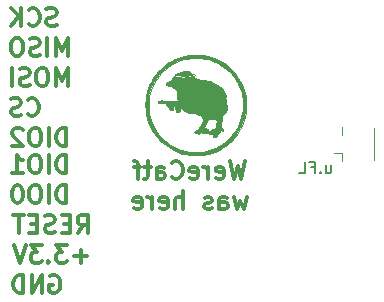
<source format=gbr>
%TF.GenerationSoftware,KiCad,Pcbnew,(5.0.0)*%
%TF.CreationDate,2018-08-05T20:37:25+03:00*%
%TF.ProjectId,lora1276Breakout,6C6F726131323736427265616B6F7574,1.0*%
%TF.SameCoordinates,Original*%
%TF.FileFunction,Legend,Bot*%
%TF.FilePolarity,Positive*%
%FSLAX46Y46*%
G04 Gerber Fmt 4.6, Leading zero omitted, Abs format (unit mm)*
G04 Created by KiCad (PCBNEW (5.0.0)) date 08/05/18 20:37:25*
%MOMM*%
%LPD*%
G01*
G04 APERTURE LIST*
%ADD10C,0.300000*%
%ADD11C,0.010000*%
%ADD12C,0.120000*%
%ADD13C,0.150000*%
G04 APERTURE END LIST*
D10*
X164190571Y-94931571D02*
X163833428Y-96431571D01*
X163547714Y-95360142D01*
X163262000Y-96431571D01*
X162904857Y-94931571D01*
X161762000Y-96360142D02*
X161904857Y-96431571D01*
X162190571Y-96431571D01*
X162333428Y-96360142D01*
X162404857Y-96217285D01*
X162404857Y-95645857D01*
X162333428Y-95503000D01*
X162190571Y-95431571D01*
X161904857Y-95431571D01*
X161762000Y-95503000D01*
X161690571Y-95645857D01*
X161690571Y-95788714D01*
X162404857Y-95931571D01*
X161047714Y-96431571D02*
X161047714Y-95431571D01*
X161047714Y-95717285D02*
X160976285Y-95574428D01*
X160904857Y-95503000D01*
X160762000Y-95431571D01*
X160619142Y-95431571D01*
X159547714Y-96360142D02*
X159690571Y-96431571D01*
X159976285Y-96431571D01*
X160119142Y-96360142D01*
X160190571Y-96217285D01*
X160190571Y-95645857D01*
X160119142Y-95503000D01*
X159976285Y-95431571D01*
X159690571Y-95431571D01*
X159547714Y-95503000D01*
X159476285Y-95645857D01*
X159476285Y-95788714D01*
X160190571Y-95931571D01*
X157976285Y-96288714D02*
X158047714Y-96360142D01*
X158262000Y-96431571D01*
X158404857Y-96431571D01*
X158619142Y-96360142D01*
X158762000Y-96217285D01*
X158833428Y-96074428D01*
X158904857Y-95788714D01*
X158904857Y-95574428D01*
X158833428Y-95288714D01*
X158762000Y-95145857D01*
X158619142Y-95003000D01*
X158404857Y-94931571D01*
X158262000Y-94931571D01*
X158047714Y-95003000D01*
X157976285Y-95074428D01*
X156690571Y-96431571D02*
X156690571Y-95645857D01*
X156762000Y-95503000D01*
X156904857Y-95431571D01*
X157190571Y-95431571D01*
X157333428Y-95503000D01*
X156690571Y-96360142D02*
X156833428Y-96431571D01*
X157190571Y-96431571D01*
X157333428Y-96360142D01*
X157404857Y-96217285D01*
X157404857Y-96074428D01*
X157333428Y-95931571D01*
X157190571Y-95860142D01*
X156833428Y-95860142D01*
X156690571Y-95788714D01*
X156190571Y-95431571D02*
X155619142Y-95431571D01*
X155976285Y-94931571D02*
X155976285Y-96217285D01*
X155904857Y-96360142D01*
X155762000Y-96431571D01*
X155619142Y-96431571D01*
X155333428Y-95431571D02*
X154762000Y-95431571D01*
X155119142Y-96431571D02*
X155119142Y-95145857D01*
X155047714Y-95003000D01*
X154904857Y-94931571D01*
X154762000Y-94931571D01*
X164369142Y-97981571D02*
X164083428Y-98981571D01*
X163797714Y-98267285D01*
X163512000Y-98981571D01*
X163226285Y-97981571D01*
X162012000Y-98981571D02*
X162012000Y-98195857D01*
X162083428Y-98053000D01*
X162226285Y-97981571D01*
X162512000Y-97981571D01*
X162654857Y-98053000D01*
X162012000Y-98910142D02*
X162154857Y-98981571D01*
X162512000Y-98981571D01*
X162654857Y-98910142D01*
X162726285Y-98767285D01*
X162726285Y-98624428D01*
X162654857Y-98481571D01*
X162512000Y-98410142D01*
X162154857Y-98410142D01*
X162012000Y-98338714D01*
X161369142Y-98910142D02*
X161226285Y-98981571D01*
X160940571Y-98981571D01*
X160797714Y-98910142D01*
X160726285Y-98767285D01*
X160726285Y-98695857D01*
X160797714Y-98553000D01*
X160940571Y-98481571D01*
X161154857Y-98481571D01*
X161297714Y-98410142D01*
X161369142Y-98267285D01*
X161369142Y-98195857D01*
X161297714Y-98053000D01*
X161154857Y-97981571D01*
X160940571Y-97981571D01*
X160797714Y-98053000D01*
X158940571Y-98981571D02*
X158940571Y-97481571D01*
X158297714Y-98981571D02*
X158297714Y-98195857D01*
X158369142Y-98053000D01*
X158512000Y-97981571D01*
X158726285Y-97981571D01*
X158869142Y-98053000D01*
X158940571Y-98124428D01*
X157012000Y-98910142D02*
X157154857Y-98981571D01*
X157440571Y-98981571D01*
X157583428Y-98910142D01*
X157654857Y-98767285D01*
X157654857Y-98195857D01*
X157583428Y-98053000D01*
X157440571Y-97981571D01*
X157154857Y-97981571D01*
X157012000Y-98053000D01*
X156940571Y-98195857D01*
X156940571Y-98338714D01*
X157654857Y-98481571D01*
X156297714Y-98981571D02*
X156297714Y-97981571D01*
X156297714Y-98267285D02*
X156226285Y-98124428D01*
X156154857Y-98053000D01*
X156012000Y-97981571D01*
X155869142Y-97981571D01*
X154797714Y-98910142D02*
X154940571Y-98981571D01*
X155226285Y-98981571D01*
X155369142Y-98910142D01*
X155440571Y-98767285D01*
X155440571Y-98195857D01*
X155369142Y-98053000D01*
X155226285Y-97981571D01*
X154940571Y-97981571D01*
X154797714Y-98053000D01*
X154726285Y-98195857D01*
X154726285Y-98338714D01*
X155440571Y-98481571D01*
X148232571Y-83411142D02*
X148018285Y-83482571D01*
X147661142Y-83482571D01*
X147518285Y-83411142D01*
X147446857Y-83339714D01*
X147375428Y-83196857D01*
X147375428Y-83054000D01*
X147446857Y-82911142D01*
X147518285Y-82839714D01*
X147661142Y-82768285D01*
X147946857Y-82696857D01*
X148089714Y-82625428D01*
X148161142Y-82554000D01*
X148232571Y-82411142D01*
X148232571Y-82268285D01*
X148161142Y-82125428D01*
X148089714Y-82054000D01*
X147946857Y-81982571D01*
X147589714Y-81982571D01*
X147375428Y-82054000D01*
X145875428Y-83339714D02*
X145946857Y-83411142D01*
X146161142Y-83482571D01*
X146304000Y-83482571D01*
X146518285Y-83411142D01*
X146661142Y-83268285D01*
X146732571Y-83125428D01*
X146804000Y-82839714D01*
X146804000Y-82625428D01*
X146732571Y-82339714D01*
X146661142Y-82196857D01*
X146518285Y-82054000D01*
X146304000Y-81982571D01*
X146161142Y-81982571D01*
X145946857Y-82054000D01*
X145875428Y-82125428D01*
X145232571Y-83482571D02*
X145232571Y-81982571D01*
X144375428Y-83482571D02*
X145018285Y-82625428D01*
X144375428Y-81982571D02*
X145232571Y-82839714D01*
X149169142Y-86022571D02*
X149169142Y-84522571D01*
X148669142Y-85594000D01*
X148169142Y-84522571D01*
X148169142Y-86022571D01*
X147454857Y-86022571D02*
X147454857Y-84522571D01*
X146812000Y-85951142D02*
X146597714Y-86022571D01*
X146240571Y-86022571D01*
X146097714Y-85951142D01*
X146026285Y-85879714D01*
X145954857Y-85736857D01*
X145954857Y-85594000D01*
X146026285Y-85451142D01*
X146097714Y-85379714D01*
X146240571Y-85308285D01*
X146526285Y-85236857D01*
X146669142Y-85165428D01*
X146740571Y-85094000D01*
X146812000Y-84951142D01*
X146812000Y-84808285D01*
X146740571Y-84665428D01*
X146669142Y-84594000D01*
X146526285Y-84522571D01*
X146169142Y-84522571D01*
X145954857Y-84594000D01*
X145026285Y-84522571D02*
X144740571Y-84522571D01*
X144597714Y-84594000D01*
X144454857Y-84736857D01*
X144383428Y-85022571D01*
X144383428Y-85522571D01*
X144454857Y-85808285D01*
X144597714Y-85951142D01*
X144740571Y-86022571D01*
X145026285Y-86022571D01*
X145169142Y-85951142D01*
X145312000Y-85808285D01*
X145383428Y-85522571D01*
X145383428Y-85022571D01*
X145312000Y-84736857D01*
X145169142Y-84594000D01*
X145026285Y-84522571D01*
X149169142Y-88562571D02*
X149169142Y-87062571D01*
X148669142Y-88134000D01*
X148169142Y-87062571D01*
X148169142Y-88562571D01*
X147169142Y-87062571D02*
X146883428Y-87062571D01*
X146740571Y-87134000D01*
X146597714Y-87276857D01*
X146526285Y-87562571D01*
X146526285Y-88062571D01*
X146597714Y-88348285D01*
X146740571Y-88491142D01*
X146883428Y-88562571D01*
X147169142Y-88562571D01*
X147312000Y-88491142D01*
X147454857Y-88348285D01*
X147526285Y-88062571D01*
X147526285Y-87562571D01*
X147454857Y-87276857D01*
X147312000Y-87134000D01*
X147169142Y-87062571D01*
X145954857Y-88491142D02*
X145740571Y-88562571D01*
X145383428Y-88562571D01*
X145240571Y-88491142D01*
X145169142Y-88419714D01*
X145097714Y-88276857D01*
X145097714Y-88134000D01*
X145169142Y-87991142D01*
X145240571Y-87919714D01*
X145383428Y-87848285D01*
X145669142Y-87776857D01*
X145812000Y-87705428D01*
X145883428Y-87634000D01*
X145954857Y-87491142D01*
X145954857Y-87348285D01*
X145883428Y-87205428D01*
X145812000Y-87134000D01*
X145669142Y-87062571D01*
X145312000Y-87062571D01*
X145097714Y-87134000D01*
X144454857Y-88562571D02*
X144454857Y-87062571D01*
X145792000Y-90959714D02*
X145863428Y-91031142D01*
X146077714Y-91102571D01*
X146220571Y-91102571D01*
X146434857Y-91031142D01*
X146577714Y-90888285D01*
X146649142Y-90745428D01*
X146720571Y-90459714D01*
X146720571Y-90245428D01*
X146649142Y-89959714D01*
X146577714Y-89816857D01*
X146434857Y-89674000D01*
X146220571Y-89602571D01*
X146077714Y-89602571D01*
X145863428Y-89674000D01*
X145792000Y-89745428D01*
X145220571Y-91031142D02*
X145006285Y-91102571D01*
X144649142Y-91102571D01*
X144506285Y-91031142D01*
X144434857Y-90959714D01*
X144363428Y-90816857D01*
X144363428Y-90674000D01*
X144434857Y-90531142D01*
X144506285Y-90459714D01*
X144649142Y-90388285D01*
X144934857Y-90316857D01*
X145077714Y-90245428D01*
X145149142Y-90174000D01*
X145220571Y-90031142D01*
X145220571Y-89888285D01*
X145149142Y-89745428D01*
X145077714Y-89674000D01*
X144934857Y-89602571D01*
X144577714Y-89602571D01*
X144363428Y-89674000D01*
X149062000Y-93642571D02*
X149062000Y-92142571D01*
X148704857Y-92142571D01*
X148490571Y-92214000D01*
X148347714Y-92356857D01*
X148276285Y-92499714D01*
X148204857Y-92785428D01*
X148204857Y-92999714D01*
X148276285Y-93285428D01*
X148347714Y-93428285D01*
X148490571Y-93571142D01*
X148704857Y-93642571D01*
X149062000Y-93642571D01*
X147562000Y-93642571D02*
X147562000Y-92142571D01*
X146562000Y-92142571D02*
X146276285Y-92142571D01*
X146133428Y-92214000D01*
X145990571Y-92356857D01*
X145919142Y-92642571D01*
X145919142Y-93142571D01*
X145990571Y-93428285D01*
X146133428Y-93571142D01*
X146276285Y-93642571D01*
X146562000Y-93642571D01*
X146704857Y-93571142D01*
X146847714Y-93428285D01*
X146919142Y-93142571D01*
X146919142Y-92642571D01*
X146847714Y-92356857D01*
X146704857Y-92214000D01*
X146562000Y-92142571D01*
X145347714Y-92285428D02*
X145276285Y-92214000D01*
X145133428Y-92142571D01*
X144776285Y-92142571D01*
X144633428Y-92214000D01*
X144562000Y-92285428D01*
X144490571Y-92428285D01*
X144490571Y-92571142D01*
X144562000Y-92785428D01*
X145419142Y-93642571D01*
X144490571Y-93642571D01*
X149062000Y-95928571D02*
X149062000Y-94428571D01*
X148704857Y-94428571D01*
X148490571Y-94500000D01*
X148347714Y-94642857D01*
X148276285Y-94785714D01*
X148204857Y-95071428D01*
X148204857Y-95285714D01*
X148276285Y-95571428D01*
X148347714Y-95714285D01*
X148490571Y-95857142D01*
X148704857Y-95928571D01*
X149062000Y-95928571D01*
X147562000Y-95928571D02*
X147562000Y-94428571D01*
X146562000Y-94428571D02*
X146276285Y-94428571D01*
X146133428Y-94500000D01*
X145990571Y-94642857D01*
X145919142Y-94928571D01*
X145919142Y-95428571D01*
X145990571Y-95714285D01*
X146133428Y-95857142D01*
X146276285Y-95928571D01*
X146562000Y-95928571D01*
X146704857Y-95857142D01*
X146847714Y-95714285D01*
X146919142Y-95428571D01*
X146919142Y-94928571D01*
X146847714Y-94642857D01*
X146704857Y-94500000D01*
X146562000Y-94428571D01*
X144490571Y-95928571D02*
X145347714Y-95928571D01*
X144919142Y-95928571D02*
X144919142Y-94428571D01*
X145062000Y-94642857D01*
X145204857Y-94785714D01*
X145347714Y-94857142D01*
X149062000Y-98468571D02*
X149062000Y-96968571D01*
X148704857Y-96968571D01*
X148490571Y-97040000D01*
X148347714Y-97182857D01*
X148276285Y-97325714D01*
X148204857Y-97611428D01*
X148204857Y-97825714D01*
X148276285Y-98111428D01*
X148347714Y-98254285D01*
X148490571Y-98397142D01*
X148704857Y-98468571D01*
X149062000Y-98468571D01*
X147562000Y-98468571D02*
X147562000Y-96968571D01*
X146562000Y-96968571D02*
X146276285Y-96968571D01*
X146133428Y-97040000D01*
X145990571Y-97182857D01*
X145919142Y-97468571D01*
X145919142Y-97968571D01*
X145990571Y-98254285D01*
X146133428Y-98397142D01*
X146276285Y-98468571D01*
X146562000Y-98468571D01*
X146704857Y-98397142D01*
X146847714Y-98254285D01*
X146919142Y-97968571D01*
X146919142Y-97468571D01*
X146847714Y-97182857D01*
X146704857Y-97040000D01*
X146562000Y-96968571D01*
X144990571Y-96968571D02*
X144847714Y-96968571D01*
X144704857Y-97040000D01*
X144633428Y-97111428D01*
X144562000Y-97254285D01*
X144490571Y-97540000D01*
X144490571Y-97897142D01*
X144562000Y-98182857D01*
X144633428Y-98325714D01*
X144704857Y-98397142D01*
X144847714Y-98468571D01*
X144990571Y-98468571D01*
X145133428Y-98397142D01*
X145204857Y-98325714D01*
X145276285Y-98182857D01*
X145347714Y-97897142D01*
X145347714Y-97540000D01*
X145276285Y-97254285D01*
X145204857Y-97111428D01*
X145133428Y-97040000D01*
X144990571Y-96968571D01*
X147700857Y-104660000D02*
X147843714Y-104588571D01*
X148058000Y-104588571D01*
X148272285Y-104660000D01*
X148415142Y-104802857D01*
X148486571Y-104945714D01*
X148558000Y-105231428D01*
X148558000Y-105445714D01*
X148486571Y-105731428D01*
X148415142Y-105874285D01*
X148272285Y-106017142D01*
X148058000Y-106088571D01*
X147915142Y-106088571D01*
X147700857Y-106017142D01*
X147629428Y-105945714D01*
X147629428Y-105445714D01*
X147915142Y-105445714D01*
X146986571Y-106088571D02*
X146986571Y-104588571D01*
X146129428Y-106088571D01*
X146129428Y-104588571D01*
X145415142Y-106088571D02*
X145415142Y-104588571D01*
X145058000Y-104588571D01*
X144843714Y-104660000D01*
X144700857Y-104802857D01*
X144629428Y-104945714D01*
X144558000Y-105231428D01*
X144558000Y-105445714D01*
X144629428Y-105731428D01*
X144700857Y-105874285D01*
X144843714Y-106017142D01*
X145058000Y-106088571D01*
X145415142Y-106088571D01*
X150828000Y-102977142D02*
X149685142Y-102977142D01*
X150256571Y-103548571D02*
X150256571Y-102405714D01*
X149113714Y-102048571D02*
X148185142Y-102048571D01*
X148685142Y-102620000D01*
X148470857Y-102620000D01*
X148328000Y-102691428D01*
X148256571Y-102762857D01*
X148185142Y-102905714D01*
X148185142Y-103262857D01*
X148256571Y-103405714D01*
X148328000Y-103477142D01*
X148470857Y-103548571D01*
X148899428Y-103548571D01*
X149042285Y-103477142D01*
X149113714Y-103405714D01*
X147542285Y-103405714D02*
X147470857Y-103477142D01*
X147542285Y-103548571D01*
X147613714Y-103477142D01*
X147542285Y-103405714D01*
X147542285Y-103548571D01*
X146970857Y-102048571D02*
X146042285Y-102048571D01*
X146542285Y-102620000D01*
X146328000Y-102620000D01*
X146185142Y-102691428D01*
X146113714Y-102762857D01*
X146042285Y-102905714D01*
X146042285Y-103262857D01*
X146113714Y-103405714D01*
X146185142Y-103477142D01*
X146328000Y-103548571D01*
X146756571Y-103548571D01*
X146899428Y-103477142D01*
X146970857Y-103405714D01*
X145613714Y-102048571D02*
X145113714Y-103548571D01*
X144613714Y-102048571D01*
X150006571Y-101008571D02*
X150506571Y-100294285D01*
X150863714Y-101008571D02*
X150863714Y-99508571D01*
X150292285Y-99508571D01*
X150149428Y-99580000D01*
X150078000Y-99651428D01*
X150006571Y-99794285D01*
X150006571Y-100008571D01*
X150078000Y-100151428D01*
X150149428Y-100222857D01*
X150292285Y-100294285D01*
X150863714Y-100294285D01*
X149363714Y-100222857D02*
X148863714Y-100222857D01*
X148649428Y-101008571D02*
X149363714Y-101008571D01*
X149363714Y-99508571D01*
X148649428Y-99508571D01*
X148078000Y-100937142D02*
X147863714Y-101008571D01*
X147506571Y-101008571D01*
X147363714Y-100937142D01*
X147292285Y-100865714D01*
X147220857Y-100722857D01*
X147220857Y-100580000D01*
X147292285Y-100437142D01*
X147363714Y-100365714D01*
X147506571Y-100294285D01*
X147792285Y-100222857D01*
X147935142Y-100151428D01*
X148006571Y-100080000D01*
X148078000Y-99937142D01*
X148078000Y-99794285D01*
X148006571Y-99651428D01*
X147935142Y-99580000D01*
X147792285Y-99508571D01*
X147435142Y-99508571D01*
X147220857Y-99580000D01*
X146578000Y-100222857D02*
X146078000Y-100222857D01*
X145863714Y-101008571D02*
X146578000Y-101008571D01*
X146578000Y-99508571D01*
X145863714Y-99508571D01*
X145435142Y-99508571D02*
X144578000Y-99508571D01*
X145006571Y-101008571D02*
X145006571Y-99508571D01*
D11*
G36*
X159921620Y-87597615D02*
X159920409Y-87613493D01*
X159922422Y-87617088D01*
X159927040Y-87614058D01*
X159927758Y-87603753D01*
X159925277Y-87592912D01*
X159921620Y-87597615D01*
X159921620Y-87597615D01*
G37*
X159921620Y-87597615D02*
X159920409Y-87613493D01*
X159922422Y-87617088D01*
X159927040Y-87614058D01*
X159927758Y-87603753D01*
X159925277Y-87592912D01*
X159921620Y-87597615D01*
G36*
X158226502Y-87653508D02*
X158219140Y-87659184D01*
X158203345Y-87674013D01*
X158203414Y-87680633D01*
X158205196Y-87680800D01*
X158213677Y-87673856D01*
X158222976Y-87663020D01*
X158231763Y-87650985D01*
X158226502Y-87653508D01*
X158226502Y-87653508D01*
G37*
X158226502Y-87653508D02*
X158219140Y-87659184D01*
X158203345Y-87674013D01*
X158203414Y-87680633D01*
X158205196Y-87680800D01*
X158213677Y-87673856D01*
X158222976Y-87663020D01*
X158231763Y-87650985D01*
X158226502Y-87653508D01*
G36*
X159103862Y-87291938D02*
X159100520Y-87292770D01*
X159051649Y-87303899D01*
X159000302Y-87313682D01*
X158957250Y-87320076D01*
X158955678Y-87320251D01*
X158900685Y-87331209D01*
X158858867Y-87349787D01*
X158857524Y-87350683D01*
X158834638Y-87363392D01*
X158801770Y-87376697D01*
X158756774Y-87391253D01*
X158697505Y-87407717D01*
X158621817Y-87426742D01*
X158561458Y-87441107D01*
X158493596Y-87458747D01*
X158440420Y-87477279D01*
X158396364Y-87499248D01*
X158355860Y-87527197D01*
X158334505Y-87544807D01*
X158289850Y-87583308D01*
X158364985Y-87606958D01*
X158450155Y-87630033D01*
X158550224Y-87650963D01*
X158660645Y-87669268D01*
X158776869Y-87684465D01*
X158894347Y-87696075D01*
X159008531Y-87703614D01*
X159114873Y-87706603D01*
X159208824Y-87704559D01*
X159254223Y-87701049D01*
X159279012Y-87698150D01*
X159305533Y-87694234D01*
X159336060Y-87688801D01*
X159372865Y-87681355D01*
X159418223Y-87671399D01*
X159474407Y-87658433D01*
X159543689Y-87641962D01*
X159628345Y-87621487D01*
X159720308Y-87599042D01*
X159766822Y-87586750D01*
X159813175Y-87573015D01*
X159849942Y-87560642D01*
X159852388Y-87559718D01*
X159903160Y-87540293D01*
X159872680Y-87528304D01*
X159841148Y-87522202D01*
X159796505Y-87521728D01*
X159745099Y-87526649D01*
X159702500Y-87534514D01*
X159681862Y-87536540D01*
X159674778Y-87528146D01*
X159674560Y-87524504D01*
X159666016Y-87511185D01*
X159647586Y-87508080D01*
X159629005Y-87507034D01*
X159628251Y-87500455D01*
X159639000Y-87487760D01*
X159651225Y-87473046D01*
X159649168Y-87467992D01*
X159637527Y-87467440D01*
X159614776Y-87473198D01*
X159605764Y-87479340D01*
X159594208Y-87483764D01*
X159579656Y-87472684D01*
X159572644Y-87464264D01*
X159557012Y-87446720D01*
X159544675Y-87443708D01*
X159527573Y-87452916D01*
X159506845Y-87461431D01*
X159496697Y-87456047D01*
X159500761Y-87439134D01*
X159502355Y-87436474D01*
X159512451Y-87405104D01*
X159502484Y-87375051D01*
X159472685Y-87346589D01*
X159423284Y-87319993D01*
X159394977Y-87308800D01*
X159297757Y-87283182D01*
X159201356Y-87277596D01*
X159103862Y-87291938D01*
X159103862Y-87291938D01*
G37*
X159103862Y-87291938D02*
X159100520Y-87292770D01*
X159051649Y-87303899D01*
X159000302Y-87313682D01*
X158957250Y-87320076D01*
X158955678Y-87320251D01*
X158900685Y-87331209D01*
X158858867Y-87349787D01*
X158857524Y-87350683D01*
X158834638Y-87363392D01*
X158801770Y-87376697D01*
X158756774Y-87391253D01*
X158697505Y-87407717D01*
X158621817Y-87426742D01*
X158561458Y-87441107D01*
X158493596Y-87458747D01*
X158440420Y-87477279D01*
X158396364Y-87499248D01*
X158355860Y-87527197D01*
X158334505Y-87544807D01*
X158289850Y-87583308D01*
X158364985Y-87606958D01*
X158450155Y-87630033D01*
X158550224Y-87650963D01*
X158660645Y-87669268D01*
X158776869Y-87684465D01*
X158894347Y-87696075D01*
X159008531Y-87703614D01*
X159114873Y-87706603D01*
X159208824Y-87704559D01*
X159254223Y-87701049D01*
X159279012Y-87698150D01*
X159305533Y-87694234D01*
X159336060Y-87688801D01*
X159372865Y-87681355D01*
X159418223Y-87671399D01*
X159474407Y-87658433D01*
X159543689Y-87641962D01*
X159628345Y-87621487D01*
X159720308Y-87599042D01*
X159766822Y-87586750D01*
X159813175Y-87573015D01*
X159849942Y-87560642D01*
X159852388Y-87559718D01*
X159903160Y-87540293D01*
X159872680Y-87528304D01*
X159841148Y-87522202D01*
X159796505Y-87521728D01*
X159745099Y-87526649D01*
X159702500Y-87534514D01*
X159681862Y-87536540D01*
X159674778Y-87528146D01*
X159674560Y-87524504D01*
X159666016Y-87511185D01*
X159647586Y-87508080D01*
X159629005Y-87507034D01*
X159628251Y-87500455D01*
X159639000Y-87487760D01*
X159651225Y-87473046D01*
X159649168Y-87467992D01*
X159637527Y-87467440D01*
X159614776Y-87473198D01*
X159605764Y-87479340D01*
X159594208Y-87483764D01*
X159579656Y-87472684D01*
X159572644Y-87464264D01*
X159557012Y-87446720D01*
X159544675Y-87443708D01*
X159527573Y-87452916D01*
X159506845Y-87461431D01*
X159496697Y-87456047D01*
X159500761Y-87439134D01*
X159502355Y-87436474D01*
X159512451Y-87405104D01*
X159502484Y-87375051D01*
X159472685Y-87346589D01*
X159423284Y-87319993D01*
X159394977Y-87308800D01*
X159297757Y-87283182D01*
X159201356Y-87277596D01*
X159103862Y-87291938D01*
G36*
X159792774Y-87696210D02*
X159757587Y-87703984D01*
X159708685Y-87717746D01*
X159648682Y-87736810D01*
X159633937Y-87741754D01*
X159571404Y-87761942D01*
X159506119Y-87781371D01*
X159444641Y-87798190D01*
X159393530Y-87810553D01*
X159379972Y-87813355D01*
X159219874Y-87836974D01*
X159047133Y-87848756D01*
X158865569Y-87848775D01*
X158678999Y-87837105D01*
X158491245Y-87813822D01*
X158376900Y-87793779D01*
X158329358Y-87783656D01*
X158285832Y-87772932D01*
X158252456Y-87763187D01*
X158239740Y-87758416D01*
X158199112Y-87741701D01*
X158172025Y-87735127D01*
X158154743Y-87738137D01*
X158147274Y-87744621D01*
X158137360Y-87757294D01*
X158117352Y-87783129D01*
X158089531Y-87819173D01*
X158056178Y-87862471D01*
X158026942Y-87900482D01*
X157973632Y-87968919D01*
X157929374Y-88023250D01*
X157891618Y-88066053D01*
X157857813Y-88099902D01*
X157825408Y-88127375D01*
X157791855Y-88151049D01*
X157759400Y-88170756D01*
X157678285Y-88218335D01*
X157613772Y-88258572D01*
X157564168Y-88292965D01*
X157527779Y-88323010D01*
X157502909Y-88350203D01*
X157487865Y-88376042D01*
X157480952Y-88402024D01*
X157480001Y-88417563D01*
X157484015Y-88445997D01*
X157490404Y-88463574D01*
X157508153Y-88478725D01*
X157543825Y-88493904D01*
X157595035Y-88508497D01*
X157659397Y-88521890D01*
X157734524Y-88533470D01*
X157785470Y-88539471D01*
X157824819Y-88546997D01*
X157861835Y-88559543D01*
X157876910Y-88567256D01*
X157907471Y-88584307D01*
X157945414Y-88602757D01*
X157963629Y-88610730D01*
X158003648Y-88631513D01*
X158052657Y-88663311D01*
X158107526Y-88703434D01*
X158165124Y-88749191D01*
X158222319Y-88797891D01*
X158275982Y-88846845D01*
X158322981Y-88893360D01*
X158360185Y-88934747D01*
X158384463Y-88968314D01*
X158388468Y-88975839D01*
X158395066Y-88995146D01*
X158400677Y-89024423D01*
X158405571Y-89066109D01*
X158410021Y-89122645D01*
X158414298Y-89196470D01*
X158415339Y-89217229D01*
X158420908Y-89324866D01*
X158426286Y-89414407D01*
X158431721Y-89488069D01*
X158437463Y-89548070D01*
X158443760Y-89596629D01*
X158450860Y-89635964D01*
X158459012Y-89668293D01*
X158468464Y-89695834D01*
X158469149Y-89697560D01*
X158489288Y-89752107D01*
X158499431Y-89790810D01*
X158499824Y-89815373D01*
X158490713Y-89827502D01*
X158488013Y-89828517D01*
X158474117Y-89830010D01*
X158442321Y-89831995D01*
X158395038Y-89834366D01*
X158334678Y-89837016D01*
X158263653Y-89839840D01*
X158184375Y-89842731D01*
X158104840Y-89845403D01*
X158003796Y-89848269D01*
X157900562Y-89850477D01*
X157797299Y-89852037D01*
X157696164Y-89852960D01*
X157599315Y-89853257D01*
X157508910Y-89852939D01*
X157427107Y-89852017D01*
X157356065Y-89850502D01*
X157297941Y-89848404D01*
X157254893Y-89845735D01*
X157229081Y-89842505D01*
X157223847Y-89840960D01*
X157205913Y-89824937D01*
X157200792Y-89815003D01*
X157185037Y-89795276D01*
X157155571Y-89780539D01*
X157118915Y-89773873D01*
X157113545Y-89773759D01*
X157087056Y-89779647D01*
X157072144Y-89798298D01*
X157062354Y-89813929D01*
X157047368Y-89824381D01*
X157023408Y-89830646D01*
X156986695Y-89833715D01*
X156933900Y-89834581D01*
X156850080Y-89834720D01*
X156850080Y-89914425D01*
X156849958Y-89946821D01*
X156850954Y-89972709D01*
X156855111Y-89992816D01*
X156864474Y-90007871D01*
X156881087Y-90018600D01*
X156906994Y-90025733D01*
X156944238Y-90029997D01*
X156994863Y-90032121D01*
X157060914Y-90032831D01*
X157144434Y-90032858D01*
X157182528Y-90032840D01*
X157472009Y-90032840D01*
X157511693Y-90098393D01*
X157534561Y-90139882D01*
X157555262Y-90183775D01*
X157568383Y-90217897D01*
X157582451Y-90253038D01*
X157602710Y-90282772D01*
X157634313Y-90314325D01*
X157641915Y-90321026D01*
X157679499Y-90357052D01*
X157718165Y-90399752D01*
X157754740Y-90444977D01*
X157786048Y-90488576D01*
X157808913Y-90526400D01*
X157820075Y-90553884D01*
X157834612Y-90586440D01*
X157863328Y-90608515D01*
X157908456Y-90621676D01*
X157918811Y-90623263D01*
X157979754Y-90622594D01*
X158033206Y-90604601D01*
X158076910Y-90571593D01*
X158108607Y-90525880D01*
X158126041Y-90469774D01*
X158127425Y-90409818D01*
X158118946Y-90362005D01*
X158102371Y-90320089D01*
X158074678Y-90278259D01*
X158035950Y-90233976D01*
X158012129Y-90206977D01*
X157996312Y-90185469D01*
X157991482Y-90173583D01*
X157991863Y-90172910D01*
X158004563Y-90172225D01*
X158029279Y-90178206D01*
X158046784Y-90184294D01*
X158106629Y-90205758D01*
X158151472Y-90217343D01*
X158184293Y-90218634D01*
X158208073Y-90209213D01*
X158225791Y-90188665D01*
X158240164Y-90157283D01*
X158252942Y-90125728D01*
X158263139Y-90107742D01*
X158271080Y-90104345D01*
X158277087Y-90116556D01*
X158281485Y-90145393D01*
X158284597Y-90191877D01*
X158286746Y-90257026D01*
X158287736Y-90307160D01*
X158290239Y-90402365D01*
X158294597Y-90480067D01*
X158301281Y-90543036D01*
X158310765Y-90594040D01*
X158323521Y-90635850D01*
X158340022Y-90671234D01*
X158353595Y-90692998D01*
X158379747Y-90727112D01*
X158404661Y-90747490D01*
X158434446Y-90756791D01*
X158475209Y-90757673D01*
X158498427Y-90756061D01*
X158561985Y-90745955D01*
X158611663Y-90727990D01*
X158645200Y-90703151D01*
X158655643Y-90687563D01*
X158672167Y-90643144D01*
X158687048Y-90585627D01*
X158698682Y-90522234D01*
X158705159Y-90464640D01*
X158708526Y-90423858D01*
X158712206Y-90388270D01*
X158715440Y-90365163D01*
X158715631Y-90364197D01*
X158720602Y-90339954D01*
X158751659Y-90369277D01*
X158769979Y-90387917D01*
X158797995Y-90418044D01*
X158832137Y-90455751D01*
X158868835Y-90497134D01*
X158875158Y-90504354D01*
X158949633Y-90584055D01*
X159023406Y-90650537D01*
X159100941Y-90706781D01*
X159186701Y-90755764D01*
X159285152Y-90800467D01*
X159364680Y-90831051D01*
X159456120Y-90864245D01*
X159715200Y-90871260D01*
X159809784Y-90874345D01*
X159887584Y-90877999D01*
X159947693Y-90882159D01*
X159989204Y-90886766D01*
X160009840Y-90891215D01*
X160031540Y-90899895D01*
X160067487Y-90915132D01*
X160113426Y-90935088D01*
X160165099Y-90957924D01*
X160189595Y-90968877D01*
X160240158Y-90991201D01*
X160284755Y-91010194D01*
X160319856Y-91024406D01*
X160341933Y-91032389D01*
X160347211Y-91033600D01*
X160365902Y-91040050D01*
X160395157Y-91057370D01*
X160430732Y-91082514D01*
X160468385Y-91112436D01*
X160503870Y-91144089D01*
X160511578Y-91151591D01*
X160546697Y-91189780D01*
X160580628Y-91232502D01*
X160610589Y-91275576D01*
X160633793Y-91314821D01*
X160647459Y-91346058D01*
X160649920Y-91359307D01*
X160644151Y-91401255D01*
X160627517Y-91456802D01*
X160601033Y-91523058D01*
X160568208Y-91592233D01*
X160539744Y-91647191D01*
X160506071Y-91710287D01*
X160468506Y-91779228D01*
X160428362Y-91851721D01*
X160386956Y-91925472D01*
X160345604Y-91998188D01*
X160305621Y-92067575D01*
X160268322Y-92131341D01*
X160235024Y-92187190D01*
X160207042Y-92232831D01*
X160185692Y-92265969D01*
X160172288Y-92284312D01*
X160169812Y-92286743D01*
X160148723Y-92297105D01*
X160113702Y-92308857D01*
X160070865Y-92320063D01*
X160050990Y-92324348D01*
X160008120Y-92333981D01*
X159971755Y-92344045D01*
X159947329Y-92352951D01*
X159941399Y-92356383D01*
X159922886Y-92380361D01*
X159907306Y-92414923D01*
X159898701Y-92450363D01*
X159898080Y-92460396D01*
X159901943Y-92479823D01*
X159915693Y-92493509D01*
X159942576Y-92503130D01*
X159985836Y-92510361D01*
X159997547Y-92511760D01*
X160040427Y-92519281D01*
X160077501Y-92533155D01*
X160118410Y-92557110D01*
X160123484Y-92560471D01*
X160166223Y-92586117D01*
X160202736Y-92600392D01*
X160238083Y-92606252D01*
X160263236Y-92607572D01*
X160282764Y-92604979D01*
X160300065Y-92595883D01*
X160318538Y-92577695D01*
X160341583Y-92547827D01*
X160372461Y-92503884D01*
X160398289Y-92472094D01*
X160424729Y-92453661D01*
X160447186Y-92445714D01*
X160482748Y-92438572D01*
X160504368Y-92441959D01*
X160516401Y-92457563D01*
X160520997Y-92474323D01*
X160532223Y-92503716D01*
X160550382Y-92531275D01*
X160573720Y-92557996D01*
X160776920Y-92561595D01*
X160903738Y-92565874D01*
X161013621Y-92574136D01*
X161109635Y-92586759D01*
X161194844Y-92604120D01*
X161253034Y-92620332D01*
X161292533Y-92631745D01*
X161321954Y-92636656D01*
X161350243Y-92635706D01*
X161385114Y-92629778D01*
X161424539Y-92623503D01*
X161466983Y-92619176D01*
X161507049Y-92617046D01*
X161539339Y-92617361D01*
X161558454Y-92620366D01*
X161560722Y-92621735D01*
X161557427Y-92631650D01*
X161544651Y-92654837D01*
X161524431Y-92687825D01*
X161499050Y-92726778D01*
X161472687Y-92767945D01*
X161451228Y-92804772D01*
X161436986Y-92833065D01*
X161432240Y-92848047D01*
X161440217Y-92876114D01*
X161464738Y-92895539D01*
X161506690Y-92906799D01*
X161547439Y-92910096D01*
X161588750Y-92909919D01*
X161626135Y-92907238D01*
X161650680Y-92902830D01*
X161676447Y-92887814D01*
X161701636Y-92862414D01*
X161706560Y-92855643D01*
X161722989Y-92833605D01*
X161749437Y-92800711D01*
X161782377Y-92761251D01*
X161818281Y-92719515D01*
X161821583Y-92715742D01*
X161894456Y-92630471D01*
X161954418Y-92555377D01*
X162003856Y-92487258D01*
X162045157Y-92422916D01*
X162062756Y-92392500D01*
X162087368Y-92351854D01*
X162107813Y-92324861D01*
X162122266Y-92313887D01*
X162123485Y-92313760D01*
X162142581Y-92316601D01*
X162172457Y-92323835D01*
X162190086Y-92328890D01*
X162236347Y-92340846D01*
X162269681Y-92343103D01*
X162295434Y-92334847D01*
X162318954Y-92315264D01*
X162325268Y-92308326D01*
X162349641Y-92272402D01*
X162356272Y-92239409D01*
X162344635Y-92208535D01*
X162314202Y-92178963D01*
X162264449Y-92149880D01*
X162206764Y-92125008D01*
X162110375Y-92087660D01*
X162117388Y-92001229D01*
X162128336Y-91901188D01*
X162146469Y-91782439D01*
X162171801Y-91644892D01*
X162203482Y-91492616D01*
X161835940Y-91492616D01*
X161749340Y-91837353D01*
X161725990Y-91929884D01*
X161706837Y-92004568D01*
X161691297Y-92063309D01*
X161678783Y-92108007D01*
X161668708Y-92140567D01*
X161660486Y-92162890D01*
X161653531Y-92176878D01*
X161647257Y-92184434D01*
X161641470Y-92187368D01*
X161621762Y-92188716D01*
X161588228Y-92187626D01*
X161547183Y-92184352D01*
X161535079Y-92183065D01*
X161479546Y-92178780D01*
X161438711Y-92179851D01*
X161421679Y-92183342D01*
X161395632Y-92200568D01*
X161369471Y-92230663D01*
X161347961Y-92266772D01*
X161335871Y-92302039D01*
X161335048Y-92307918D01*
X161332685Y-92330513D01*
X161331302Y-92341645D01*
X161331289Y-92341700D01*
X161321136Y-92343981D01*
X161295367Y-92344655D01*
X161258608Y-92343898D01*
X161215484Y-92341889D01*
X161170620Y-92338805D01*
X161128642Y-92334823D01*
X161117256Y-92333475D01*
X161078028Y-92328280D01*
X161047474Y-92323711D01*
X161030434Y-92320515D01*
X161028514Y-92319819D01*
X161029840Y-92309450D01*
X161029954Y-92309056D01*
X160787579Y-92309056D01*
X160777002Y-92315336D01*
X160747667Y-92323518D01*
X160718452Y-92329746D01*
X160671076Y-92338508D01*
X160641016Y-92342476D01*
X160625873Y-92341769D01*
X160623246Y-92336508D01*
X160624288Y-92334456D01*
X160639960Y-92323812D01*
X160669690Y-92314122D01*
X160707223Y-92306910D01*
X160746306Y-92303700D01*
X160750674Y-92303656D01*
X160778952Y-92305042D01*
X160787579Y-92309056D01*
X161029954Y-92309056D01*
X161036523Y-92286543D01*
X161040972Y-92273427D01*
X161051332Y-92241628D01*
X161055134Y-92217894D01*
X161050109Y-92200193D01*
X161033987Y-92186490D01*
X161004497Y-92174753D01*
X160959368Y-92162947D01*
X160903920Y-92150672D01*
X160829175Y-92131899D01*
X160774375Y-92112027D01*
X160739171Y-92090909D01*
X160727481Y-92077859D01*
X160722974Y-92065504D01*
X160723447Y-92048516D01*
X160729723Y-92025038D01*
X160742627Y-91993215D01*
X160762984Y-91951189D01*
X160791616Y-91897105D01*
X160829349Y-91829107D01*
X160868587Y-91760040D01*
X160922842Y-91665656D01*
X160968609Y-91587130D01*
X161007110Y-91522471D01*
X161039567Y-91469684D01*
X161067201Y-91426780D01*
X161091235Y-91391764D01*
X161110034Y-91366340D01*
X161130960Y-91342351D01*
X161150522Y-91331222D01*
X161177609Y-91328268D01*
X161182330Y-91328240D01*
X161217752Y-91331332D01*
X161259682Y-91339202D01*
X161280536Y-91344679D01*
X161305615Y-91351026D01*
X161332891Y-91355086D01*
X161366432Y-91357032D01*
X161410308Y-91357036D01*
X161468586Y-91355271D01*
X161499877Y-91353977D01*
X161569535Y-91351494D01*
X161621280Y-91350993D01*
X161657430Y-91352538D01*
X161680300Y-91356190D01*
X161687837Y-91359005D01*
X161706055Y-91371654D01*
X161733406Y-91394498D01*
X161764800Y-91423222D01*
X161773790Y-91431895D01*
X161835940Y-91492616D01*
X162203482Y-91492616D01*
X162204348Y-91488458D01*
X162209325Y-91465756D01*
X162224479Y-91394462D01*
X162239155Y-91320813D01*
X162252293Y-91250455D01*
X162262838Y-91189032D01*
X162269352Y-91145182D01*
X162275898Y-91097279D01*
X162282196Y-91055842D01*
X162287486Y-91025603D01*
X162290746Y-91011901D01*
X162302294Y-90997746D01*
X162325574Y-90978224D01*
X162346822Y-90963347D01*
X162394622Y-90926147D01*
X162444779Y-90876680D01*
X162491474Y-90821281D01*
X162528891Y-90766286D01*
X162530843Y-90762912D01*
X162550127Y-90733767D01*
X162568947Y-90712707D01*
X162579877Y-90705652D01*
X162593173Y-90696167D01*
X162601538Y-90673415D01*
X162605072Y-90651219D01*
X162610836Y-90614844D01*
X162619828Y-90569482D01*
X162628728Y-90530680D01*
X162638350Y-90479217D01*
X162644099Y-90416327D01*
X162646312Y-90338034D01*
X162646360Y-90322400D01*
X162646000Y-90264762D01*
X162644517Y-90222670D01*
X162641309Y-90191356D01*
X162635774Y-90166052D01*
X162627309Y-90141992D01*
X162621975Y-90129360D01*
X162612483Y-90105873D01*
X162605770Y-90083228D01*
X162601329Y-90057187D01*
X162598653Y-90023510D01*
X162597236Y-89977959D01*
X162596575Y-89916846D01*
X162595669Y-89852198D01*
X162593800Y-89805817D01*
X162590795Y-89775667D01*
X162586479Y-89759713D01*
X162582860Y-89755980D01*
X162571041Y-89744936D01*
X162570160Y-89740561D01*
X162566005Y-89725394D01*
X162555456Y-89699582D01*
X162548601Y-89684840D01*
X162536729Y-89654546D01*
X162529881Y-89620158D01*
X162526952Y-89574994D01*
X162526628Y-89551974D01*
X162527919Y-89505125D01*
X162531851Y-89466661D01*
X162537819Y-89442157D01*
X162538732Y-89440251D01*
X162546075Y-89418601D01*
X162539258Y-89402410D01*
X162532299Y-89382469D01*
X162531847Y-89352806D01*
X162532207Y-89349719D01*
X162530577Y-89314245D01*
X162519234Y-89263945D01*
X162499054Y-89201340D01*
X162470912Y-89128946D01*
X162435685Y-89049282D01*
X162407320Y-88990622D01*
X162352903Y-88893299D01*
X162291329Y-88803127D01*
X162225860Y-88724442D01*
X162159858Y-88661661D01*
X162110957Y-88629464D01*
X162053903Y-88604004D01*
X161996785Y-88588410D01*
X161961867Y-88585040D01*
X161942458Y-88583880D01*
X161925805Y-88578668D01*
X161908796Y-88566798D01*
X161888320Y-88545667D01*
X161861264Y-88512673D01*
X161835105Y-88478995D01*
X161814136Y-88456471D01*
X161796875Y-88446481D01*
X161792250Y-88446731D01*
X161776336Y-88446047D01*
X161772323Y-88442350D01*
X161759605Y-88434295D01*
X161734210Y-88424954D01*
X161719265Y-88420781D01*
X161681360Y-88405595D01*
X161633585Y-88377440D01*
X161590328Y-88346687D01*
X161494124Y-88277427D01*
X161409122Y-88224522D01*
X161334801Y-88187728D01*
X161270641Y-88166801D01*
X161216121Y-88161498D01*
X161198952Y-88163333D01*
X161171617Y-88165995D01*
X161156487Y-88160620D01*
X161148818Y-88150135D01*
X161145441Y-88144696D01*
X161140340Y-88139834D01*
X161131636Y-88135130D01*
X161117451Y-88130167D01*
X161095907Y-88124524D01*
X161065126Y-88117783D01*
X161023229Y-88109525D01*
X160968339Y-88099331D01*
X160898577Y-88086782D01*
X160812065Y-88071458D01*
X160736280Y-88058108D01*
X160645492Y-88043817D01*
X160552224Y-88032126D01*
X160465081Y-88024036D01*
X160421320Y-88021414D01*
X160367274Y-88018741D01*
X160318507Y-88015809D01*
X160279635Y-88012934D01*
X160255273Y-88010429D01*
X160251930Y-88009886D01*
X160231500Y-88009061D01*
X160222937Y-88020338D01*
X160221450Y-88028146D01*
X160210157Y-88047188D01*
X160188738Y-88056258D01*
X160166056Y-88052617D01*
X160159037Y-88047420D01*
X160141823Y-88039741D01*
X160115449Y-88036404D01*
X160114489Y-88036400D01*
X160091470Y-88033178D01*
X160080577Y-88025666D01*
X160085122Y-88017094D01*
X160091702Y-88014192D01*
X160097139Y-88004102D01*
X160093615Y-87988070D01*
X160084237Y-87976506D01*
X160080134Y-87975439D01*
X160069977Y-87983502D01*
X160056154Y-88003402D01*
X160053289Y-88008459D01*
X160035255Y-88041480D01*
X160030061Y-87948239D01*
X160027004Y-87906445D01*
X160023166Y-87872558D01*
X160019174Y-87851560D01*
X160017354Y-87847486D01*
X160010937Y-87848660D01*
X160009840Y-87855738D01*
X160002018Y-87872243D01*
X159984582Y-87888053D01*
X159957828Y-87910635D01*
X159939036Y-87940307D01*
X159925745Y-87981985D01*
X159918574Y-88019799D01*
X159912811Y-88076769D01*
X159914842Y-88134312D01*
X159919304Y-88170463D01*
X159924896Y-88214891D01*
X159925993Y-88244765D01*
X159922528Y-88265366D01*
X159917970Y-88275964D01*
X159902461Y-88296215D01*
X159888653Y-88298529D01*
X159877443Y-88285272D01*
X159869726Y-88258811D01*
X159866400Y-88221511D01*
X159868361Y-88175740D01*
X159871259Y-88152666D01*
X159875351Y-88114661D01*
X159878653Y-88063063D01*
X159880830Y-88004598D01*
X159881551Y-87945986D01*
X159881548Y-87944960D01*
X159880997Y-87886856D01*
X159879315Y-87844348D01*
X159875916Y-87812718D01*
X159870212Y-87787247D01*
X159861619Y-87763218D01*
X159857840Y-87754324D01*
X159837178Y-87716019D01*
X159816805Y-87696984D01*
X159811634Y-87695110D01*
X159792774Y-87696210D01*
X159792774Y-87696210D01*
G37*
X159792774Y-87696210D02*
X159757587Y-87703984D01*
X159708685Y-87717746D01*
X159648682Y-87736810D01*
X159633937Y-87741754D01*
X159571404Y-87761942D01*
X159506119Y-87781371D01*
X159444641Y-87798190D01*
X159393530Y-87810553D01*
X159379972Y-87813355D01*
X159219874Y-87836974D01*
X159047133Y-87848756D01*
X158865569Y-87848775D01*
X158678999Y-87837105D01*
X158491245Y-87813822D01*
X158376900Y-87793779D01*
X158329358Y-87783656D01*
X158285832Y-87772932D01*
X158252456Y-87763187D01*
X158239740Y-87758416D01*
X158199112Y-87741701D01*
X158172025Y-87735127D01*
X158154743Y-87738137D01*
X158147274Y-87744621D01*
X158137360Y-87757294D01*
X158117352Y-87783129D01*
X158089531Y-87819173D01*
X158056178Y-87862471D01*
X158026942Y-87900482D01*
X157973632Y-87968919D01*
X157929374Y-88023250D01*
X157891618Y-88066053D01*
X157857813Y-88099902D01*
X157825408Y-88127375D01*
X157791855Y-88151049D01*
X157759400Y-88170756D01*
X157678285Y-88218335D01*
X157613772Y-88258572D01*
X157564168Y-88292965D01*
X157527779Y-88323010D01*
X157502909Y-88350203D01*
X157487865Y-88376042D01*
X157480952Y-88402024D01*
X157480001Y-88417563D01*
X157484015Y-88445997D01*
X157490404Y-88463574D01*
X157508153Y-88478725D01*
X157543825Y-88493904D01*
X157595035Y-88508497D01*
X157659397Y-88521890D01*
X157734524Y-88533470D01*
X157785470Y-88539471D01*
X157824819Y-88546997D01*
X157861835Y-88559543D01*
X157876910Y-88567256D01*
X157907471Y-88584307D01*
X157945414Y-88602757D01*
X157963629Y-88610730D01*
X158003648Y-88631513D01*
X158052657Y-88663311D01*
X158107526Y-88703434D01*
X158165124Y-88749191D01*
X158222319Y-88797891D01*
X158275982Y-88846845D01*
X158322981Y-88893360D01*
X158360185Y-88934747D01*
X158384463Y-88968314D01*
X158388468Y-88975839D01*
X158395066Y-88995146D01*
X158400677Y-89024423D01*
X158405571Y-89066109D01*
X158410021Y-89122645D01*
X158414298Y-89196470D01*
X158415339Y-89217229D01*
X158420908Y-89324866D01*
X158426286Y-89414407D01*
X158431721Y-89488069D01*
X158437463Y-89548070D01*
X158443760Y-89596629D01*
X158450860Y-89635964D01*
X158459012Y-89668293D01*
X158468464Y-89695834D01*
X158469149Y-89697560D01*
X158489288Y-89752107D01*
X158499431Y-89790810D01*
X158499824Y-89815373D01*
X158490713Y-89827502D01*
X158488013Y-89828517D01*
X158474117Y-89830010D01*
X158442321Y-89831995D01*
X158395038Y-89834366D01*
X158334678Y-89837016D01*
X158263653Y-89839840D01*
X158184375Y-89842731D01*
X158104840Y-89845403D01*
X158003796Y-89848269D01*
X157900562Y-89850477D01*
X157797299Y-89852037D01*
X157696164Y-89852960D01*
X157599315Y-89853257D01*
X157508910Y-89852939D01*
X157427107Y-89852017D01*
X157356065Y-89850502D01*
X157297941Y-89848404D01*
X157254893Y-89845735D01*
X157229081Y-89842505D01*
X157223847Y-89840960D01*
X157205913Y-89824937D01*
X157200792Y-89815003D01*
X157185037Y-89795276D01*
X157155571Y-89780539D01*
X157118915Y-89773873D01*
X157113545Y-89773759D01*
X157087056Y-89779647D01*
X157072144Y-89798298D01*
X157062354Y-89813929D01*
X157047368Y-89824381D01*
X157023408Y-89830646D01*
X156986695Y-89833715D01*
X156933900Y-89834581D01*
X156850080Y-89834720D01*
X156850080Y-89914425D01*
X156849958Y-89946821D01*
X156850954Y-89972709D01*
X156855111Y-89992816D01*
X156864474Y-90007871D01*
X156881087Y-90018600D01*
X156906994Y-90025733D01*
X156944238Y-90029997D01*
X156994863Y-90032121D01*
X157060914Y-90032831D01*
X157144434Y-90032858D01*
X157182528Y-90032840D01*
X157472009Y-90032840D01*
X157511693Y-90098393D01*
X157534561Y-90139882D01*
X157555262Y-90183775D01*
X157568383Y-90217897D01*
X157582451Y-90253038D01*
X157602710Y-90282772D01*
X157634313Y-90314325D01*
X157641915Y-90321026D01*
X157679499Y-90357052D01*
X157718165Y-90399752D01*
X157754740Y-90444977D01*
X157786048Y-90488576D01*
X157808913Y-90526400D01*
X157820075Y-90553884D01*
X157834612Y-90586440D01*
X157863328Y-90608515D01*
X157908456Y-90621676D01*
X157918811Y-90623263D01*
X157979754Y-90622594D01*
X158033206Y-90604601D01*
X158076910Y-90571593D01*
X158108607Y-90525880D01*
X158126041Y-90469774D01*
X158127425Y-90409818D01*
X158118946Y-90362005D01*
X158102371Y-90320089D01*
X158074678Y-90278259D01*
X158035950Y-90233976D01*
X158012129Y-90206977D01*
X157996312Y-90185469D01*
X157991482Y-90173583D01*
X157991863Y-90172910D01*
X158004563Y-90172225D01*
X158029279Y-90178206D01*
X158046784Y-90184294D01*
X158106629Y-90205758D01*
X158151472Y-90217343D01*
X158184293Y-90218634D01*
X158208073Y-90209213D01*
X158225791Y-90188665D01*
X158240164Y-90157283D01*
X158252942Y-90125728D01*
X158263139Y-90107742D01*
X158271080Y-90104345D01*
X158277087Y-90116556D01*
X158281485Y-90145393D01*
X158284597Y-90191877D01*
X158286746Y-90257026D01*
X158287736Y-90307160D01*
X158290239Y-90402365D01*
X158294597Y-90480067D01*
X158301281Y-90543036D01*
X158310765Y-90594040D01*
X158323521Y-90635850D01*
X158340022Y-90671234D01*
X158353595Y-90692998D01*
X158379747Y-90727112D01*
X158404661Y-90747490D01*
X158434446Y-90756791D01*
X158475209Y-90757673D01*
X158498427Y-90756061D01*
X158561985Y-90745955D01*
X158611663Y-90727990D01*
X158645200Y-90703151D01*
X158655643Y-90687563D01*
X158672167Y-90643144D01*
X158687048Y-90585627D01*
X158698682Y-90522234D01*
X158705159Y-90464640D01*
X158708526Y-90423858D01*
X158712206Y-90388270D01*
X158715440Y-90365163D01*
X158715631Y-90364197D01*
X158720602Y-90339954D01*
X158751659Y-90369277D01*
X158769979Y-90387917D01*
X158797995Y-90418044D01*
X158832137Y-90455751D01*
X158868835Y-90497134D01*
X158875158Y-90504354D01*
X158949633Y-90584055D01*
X159023406Y-90650537D01*
X159100941Y-90706781D01*
X159186701Y-90755764D01*
X159285152Y-90800467D01*
X159364680Y-90831051D01*
X159456120Y-90864245D01*
X159715200Y-90871260D01*
X159809784Y-90874345D01*
X159887584Y-90877999D01*
X159947693Y-90882159D01*
X159989204Y-90886766D01*
X160009840Y-90891215D01*
X160031540Y-90899895D01*
X160067487Y-90915132D01*
X160113426Y-90935088D01*
X160165099Y-90957924D01*
X160189595Y-90968877D01*
X160240158Y-90991201D01*
X160284755Y-91010194D01*
X160319856Y-91024406D01*
X160341933Y-91032389D01*
X160347211Y-91033600D01*
X160365902Y-91040050D01*
X160395157Y-91057370D01*
X160430732Y-91082514D01*
X160468385Y-91112436D01*
X160503870Y-91144089D01*
X160511578Y-91151591D01*
X160546697Y-91189780D01*
X160580628Y-91232502D01*
X160610589Y-91275576D01*
X160633793Y-91314821D01*
X160647459Y-91346058D01*
X160649920Y-91359307D01*
X160644151Y-91401255D01*
X160627517Y-91456802D01*
X160601033Y-91523058D01*
X160568208Y-91592233D01*
X160539744Y-91647191D01*
X160506071Y-91710287D01*
X160468506Y-91779228D01*
X160428362Y-91851721D01*
X160386956Y-91925472D01*
X160345604Y-91998188D01*
X160305621Y-92067575D01*
X160268322Y-92131341D01*
X160235024Y-92187190D01*
X160207042Y-92232831D01*
X160185692Y-92265969D01*
X160172288Y-92284312D01*
X160169812Y-92286743D01*
X160148723Y-92297105D01*
X160113702Y-92308857D01*
X160070865Y-92320063D01*
X160050990Y-92324348D01*
X160008120Y-92333981D01*
X159971755Y-92344045D01*
X159947329Y-92352951D01*
X159941399Y-92356383D01*
X159922886Y-92380361D01*
X159907306Y-92414923D01*
X159898701Y-92450363D01*
X159898080Y-92460396D01*
X159901943Y-92479823D01*
X159915693Y-92493509D01*
X159942576Y-92503130D01*
X159985836Y-92510361D01*
X159997547Y-92511760D01*
X160040427Y-92519281D01*
X160077501Y-92533155D01*
X160118410Y-92557110D01*
X160123484Y-92560471D01*
X160166223Y-92586117D01*
X160202736Y-92600392D01*
X160238083Y-92606252D01*
X160263236Y-92607572D01*
X160282764Y-92604979D01*
X160300065Y-92595883D01*
X160318538Y-92577695D01*
X160341583Y-92547827D01*
X160372461Y-92503884D01*
X160398289Y-92472094D01*
X160424729Y-92453661D01*
X160447186Y-92445714D01*
X160482748Y-92438572D01*
X160504368Y-92441959D01*
X160516401Y-92457563D01*
X160520997Y-92474323D01*
X160532223Y-92503716D01*
X160550382Y-92531275D01*
X160573720Y-92557996D01*
X160776920Y-92561595D01*
X160903738Y-92565874D01*
X161013621Y-92574136D01*
X161109635Y-92586759D01*
X161194844Y-92604120D01*
X161253034Y-92620332D01*
X161292533Y-92631745D01*
X161321954Y-92636656D01*
X161350243Y-92635706D01*
X161385114Y-92629778D01*
X161424539Y-92623503D01*
X161466983Y-92619176D01*
X161507049Y-92617046D01*
X161539339Y-92617361D01*
X161558454Y-92620366D01*
X161560722Y-92621735D01*
X161557427Y-92631650D01*
X161544651Y-92654837D01*
X161524431Y-92687825D01*
X161499050Y-92726778D01*
X161472687Y-92767945D01*
X161451228Y-92804772D01*
X161436986Y-92833065D01*
X161432240Y-92848047D01*
X161440217Y-92876114D01*
X161464738Y-92895539D01*
X161506690Y-92906799D01*
X161547439Y-92910096D01*
X161588750Y-92909919D01*
X161626135Y-92907238D01*
X161650680Y-92902830D01*
X161676447Y-92887814D01*
X161701636Y-92862414D01*
X161706560Y-92855643D01*
X161722989Y-92833605D01*
X161749437Y-92800711D01*
X161782377Y-92761251D01*
X161818281Y-92719515D01*
X161821583Y-92715742D01*
X161894456Y-92630471D01*
X161954418Y-92555377D01*
X162003856Y-92487258D01*
X162045157Y-92422916D01*
X162062756Y-92392500D01*
X162087368Y-92351854D01*
X162107813Y-92324861D01*
X162122266Y-92313887D01*
X162123485Y-92313760D01*
X162142581Y-92316601D01*
X162172457Y-92323835D01*
X162190086Y-92328890D01*
X162236347Y-92340846D01*
X162269681Y-92343103D01*
X162295434Y-92334847D01*
X162318954Y-92315264D01*
X162325268Y-92308326D01*
X162349641Y-92272402D01*
X162356272Y-92239409D01*
X162344635Y-92208535D01*
X162314202Y-92178963D01*
X162264449Y-92149880D01*
X162206764Y-92125008D01*
X162110375Y-92087660D01*
X162117388Y-92001229D01*
X162128336Y-91901188D01*
X162146469Y-91782439D01*
X162171801Y-91644892D01*
X162203482Y-91492616D01*
X161835940Y-91492616D01*
X161749340Y-91837353D01*
X161725990Y-91929884D01*
X161706837Y-92004568D01*
X161691297Y-92063309D01*
X161678783Y-92108007D01*
X161668708Y-92140567D01*
X161660486Y-92162890D01*
X161653531Y-92176878D01*
X161647257Y-92184434D01*
X161641470Y-92187368D01*
X161621762Y-92188716D01*
X161588228Y-92187626D01*
X161547183Y-92184352D01*
X161535079Y-92183065D01*
X161479546Y-92178780D01*
X161438711Y-92179851D01*
X161421679Y-92183342D01*
X161395632Y-92200568D01*
X161369471Y-92230663D01*
X161347961Y-92266772D01*
X161335871Y-92302039D01*
X161335048Y-92307918D01*
X161332685Y-92330513D01*
X161331302Y-92341645D01*
X161331289Y-92341700D01*
X161321136Y-92343981D01*
X161295367Y-92344655D01*
X161258608Y-92343898D01*
X161215484Y-92341889D01*
X161170620Y-92338805D01*
X161128642Y-92334823D01*
X161117256Y-92333475D01*
X161078028Y-92328280D01*
X161047474Y-92323711D01*
X161030434Y-92320515D01*
X161028514Y-92319819D01*
X161029840Y-92309450D01*
X161029954Y-92309056D01*
X160787579Y-92309056D01*
X160777002Y-92315336D01*
X160747667Y-92323518D01*
X160718452Y-92329746D01*
X160671076Y-92338508D01*
X160641016Y-92342476D01*
X160625873Y-92341769D01*
X160623246Y-92336508D01*
X160624288Y-92334456D01*
X160639960Y-92323812D01*
X160669690Y-92314122D01*
X160707223Y-92306910D01*
X160746306Y-92303700D01*
X160750674Y-92303656D01*
X160778952Y-92305042D01*
X160787579Y-92309056D01*
X161029954Y-92309056D01*
X161036523Y-92286543D01*
X161040972Y-92273427D01*
X161051332Y-92241628D01*
X161055134Y-92217894D01*
X161050109Y-92200193D01*
X161033987Y-92186490D01*
X161004497Y-92174753D01*
X160959368Y-92162947D01*
X160903920Y-92150672D01*
X160829175Y-92131899D01*
X160774375Y-92112027D01*
X160739171Y-92090909D01*
X160727481Y-92077859D01*
X160722974Y-92065504D01*
X160723447Y-92048516D01*
X160729723Y-92025038D01*
X160742627Y-91993215D01*
X160762984Y-91951189D01*
X160791616Y-91897105D01*
X160829349Y-91829107D01*
X160868587Y-91760040D01*
X160922842Y-91665656D01*
X160968609Y-91587130D01*
X161007110Y-91522471D01*
X161039567Y-91469684D01*
X161067201Y-91426780D01*
X161091235Y-91391764D01*
X161110034Y-91366340D01*
X161130960Y-91342351D01*
X161150522Y-91331222D01*
X161177609Y-91328268D01*
X161182330Y-91328240D01*
X161217752Y-91331332D01*
X161259682Y-91339202D01*
X161280536Y-91344679D01*
X161305615Y-91351026D01*
X161332891Y-91355086D01*
X161366432Y-91357032D01*
X161410308Y-91357036D01*
X161468586Y-91355271D01*
X161499877Y-91353977D01*
X161569535Y-91351494D01*
X161621280Y-91350993D01*
X161657430Y-91352538D01*
X161680300Y-91356190D01*
X161687837Y-91359005D01*
X161706055Y-91371654D01*
X161733406Y-91394498D01*
X161764800Y-91423222D01*
X161773790Y-91431895D01*
X161835940Y-91492616D01*
X162203482Y-91492616D01*
X162204348Y-91488458D01*
X162209325Y-91465756D01*
X162224479Y-91394462D01*
X162239155Y-91320813D01*
X162252293Y-91250455D01*
X162262838Y-91189032D01*
X162269352Y-91145182D01*
X162275898Y-91097279D01*
X162282196Y-91055842D01*
X162287486Y-91025603D01*
X162290746Y-91011901D01*
X162302294Y-90997746D01*
X162325574Y-90978224D01*
X162346822Y-90963347D01*
X162394622Y-90926147D01*
X162444779Y-90876680D01*
X162491474Y-90821281D01*
X162528891Y-90766286D01*
X162530843Y-90762912D01*
X162550127Y-90733767D01*
X162568947Y-90712707D01*
X162579877Y-90705652D01*
X162593173Y-90696167D01*
X162601538Y-90673415D01*
X162605072Y-90651219D01*
X162610836Y-90614844D01*
X162619828Y-90569482D01*
X162628728Y-90530680D01*
X162638350Y-90479217D01*
X162644099Y-90416327D01*
X162646312Y-90338034D01*
X162646360Y-90322400D01*
X162646000Y-90264762D01*
X162644517Y-90222670D01*
X162641309Y-90191356D01*
X162635774Y-90166052D01*
X162627309Y-90141992D01*
X162621975Y-90129360D01*
X162612483Y-90105873D01*
X162605770Y-90083228D01*
X162601329Y-90057187D01*
X162598653Y-90023510D01*
X162597236Y-89977959D01*
X162596575Y-89916846D01*
X162595669Y-89852198D01*
X162593800Y-89805817D01*
X162590795Y-89775667D01*
X162586479Y-89759713D01*
X162582860Y-89755980D01*
X162571041Y-89744936D01*
X162570160Y-89740561D01*
X162566005Y-89725394D01*
X162555456Y-89699582D01*
X162548601Y-89684840D01*
X162536729Y-89654546D01*
X162529881Y-89620158D01*
X162526952Y-89574994D01*
X162526628Y-89551974D01*
X162527919Y-89505125D01*
X162531851Y-89466661D01*
X162537819Y-89442157D01*
X162538732Y-89440251D01*
X162546075Y-89418601D01*
X162539258Y-89402410D01*
X162532299Y-89382469D01*
X162531847Y-89352806D01*
X162532207Y-89349719D01*
X162530577Y-89314245D01*
X162519234Y-89263945D01*
X162499054Y-89201340D01*
X162470912Y-89128946D01*
X162435685Y-89049282D01*
X162407320Y-88990622D01*
X162352903Y-88893299D01*
X162291329Y-88803127D01*
X162225860Y-88724442D01*
X162159858Y-88661661D01*
X162110957Y-88629464D01*
X162053903Y-88604004D01*
X161996785Y-88588410D01*
X161961867Y-88585040D01*
X161942458Y-88583880D01*
X161925805Y-88578668D01*
X161908796Y-88566798D01*
X161888320Y-88545667D01*
X161861264Y-88512673D01*
X161835105Y-88478995D01*
X161814136Y-88456471D01*
X161796875Y-88446481D01*
X161792250Y-88446731D01*
X161776336Y-88446047D01*
X161772323Y-88442350D01*
X161759605Y-88434295D01*
X161734210Y-88424954D01*
X161719265Y-88420781D01*
X161681360Y-88405595D01*
X161633585Y-88377440D01*
X161590328Y-88346687D01*
X161494124Y-88277427D01*
X161409122Y-88224522D01*
X161334801Y-88187728D01*
X161270641Y-88166801D01*
X161216121Y-88161498D01*
X161198952Y-88163333D01*
X161171617Y-88165995D01*
X161156487Y-88160620D01*
X161148818Y-88150135D01*
X161145441Y-88144696D01*
X161140340Y-88139834D01*
X161131636Y-88135130D01*
X161117451Y-88130167D01*
X161095907Y-88124524D01*
X161065126Y-88117783D01*
X161023229Y-88109525D01*
X160968339Y-88099331D01*
X160898577Y-88086782D01*
X160812065Y-88071458D01*
X160736280Y-88058108D01*
X160645492Y-88043817D01*
X160552224Y-88032126D01*
X160465081Y-88024036D01*
X160421320Y-88021414D01*
X160367274Y-88018741D01*
X160318507Y-88015809D01*
X160279635Y-88012934D01*
X160255273Y-88010429D01*
X160251930Y-88009886D01*
X160231500Y-88009061D01*
X160222937Y-88020338D01*
X160221450Y-88028146D01*
X160210157Y-88047188D01*
X160188738Y-88056258D01*
X160166056Y-88052617D01*
X160159037Y-88047420D01*
X160141823Y-88039741D01*
X160115449Y-88036404D01*
X160114489Y-88036400D01*
X160091470Y-88033178D01*
X160080577Y-88025666D01*
X160085122Y-88017094D01*
X160091702Y-88014192D01*
X160097139Y-88004102D01*
X160093615Y-87988070D01*
X160084237Y-87976506D01*
X160080134Y-87975439D01*
X160069977Y-87983502D01*
X160056154Y-88003402D01*
X160053289Y-88008459D01*
X160035255Y-88041480D01*
X160030061Y-87948239D01*
X160027004Y-87906445D01*
X160023166Y-87872558D01*
X160019174Y-87851560D01*
X160017354Y-87847486D01*
X160010937Y-87848660D01*
X160009840Y-87855738D01*
X160002018Y-87872243D01*
X159984582Y-87888053D01*
X159957828Y-87910635D01*
X159939036Y-87940307D01*
X159925745Y-87981985D01*
X159918574Y-88019799D01*
X159912811Y-88076769D01*
X159914842Y-88134312D01*
X159919304Y-88170463D01*
X159924896Y-88214891D01*
X159925993Y-88244765D01*
X159922528Y-88265366D01*
X159917970Y-88275964D01*
X159902461Y-88296215D01*
X159888653Y-88298529D01*
X159877443Y-88285272D01*
X159869726Y-88258811D01*
X159866400Y-88221511D01*
X159868361Y-88175740D01*
X159871259Y-88152666D01*
X159875351Y-88114661D01*
X159878653Y-88063063D01*
X159880830Y-88004598D01*
X159881551Y-87945986D01*
X159881548Y-87944960D01*
X159880997Y-87886856D01*
X159879315Y-87844348D01*
X159875916Y-87812718D01*
X159870212Y-87787247D01*
X159861619Y-87763218D01*
X159857840Y-87754324D01*
X159837178Y-87716019D01*
X159816805Y-87696984D01*
X159811634Y-87695110D01*
X159792774Y-87696210D01*
G36*
X159879292Y-85903710D02*
X159784854Y-85905636D01*
X159701824Y-85908854D01*
X159634609Y-85913388D01*
X159633920Y-85913450D01*
X159351570Y-85949085D01*
X159070692Y-86004382D01*
X158792991Y-86078681D01*
X158520172Y-86171328D01*
X158253938Y-86281664D01*
X157995995Y-86409032D01*
X157748047Y-86552775D01*
X157511797Y-86712236D01*
X157456857Y-86752901D01*
X157296791Y-86880468D01*
X157137308Y-87020874D01*
X156982194Y-87170314D01*
X156835236Y-87324981D01*
X156700218Y-87481071D01*
X156584414Y-87630000D01*
X156423340Y-87864375D01*
X156281034Y-88102048D01*
X156155944Y-88346011D01*
X156046519Y-88599256D01*
X155963049Y-88828880D01*
X155883088Y-89098162D01*
X155821759Y-89372247D01*
X155778571Y-89653484D01*
X155766728Y-89763600D01*
X155761393Y-89836295D01*
X155757557Y-89923754D01*
X155755179Y-90022153D01*
X155754215Y-90127671D01*
X155754625Y-90236486D01*
X155756366Y-90344776D01*
X155759397Y-90448720D01*
X155763676Y-90544495D01*
X155769160Y-90628279D01*
X155775809Y-90696251D01*
X155777062Y-90706037D01*
X155826453Y-91003204D01*
X155893911Y-91291132D01*
X155979518Y-91570040D01*
X156083355Y-91840150D01*
X156205505Y-92101679D01*
X156346049Y-92354847D01*
X156459243Y-92532920D01*
X156632788Y-92773570D01*
X156821276Y-93000560D01*
X157024239Y-93213471D01*
X157241205Y-93411882D01*
X157471704Y-93595374D01*
X157715268Y-93763528D01*
X157971425Y-93915923D01*
X158064200Y-93965582D01*
X158324848Y-94089798D01*
X158594066Y-94195866D01*
X158870611Y-94283426D01*
X159153235Y-94352122D01*
X159440695Y-94401595D01*
X159670114Y-94426830D01*
X159730898Y-94430589D01*
X159806847Y-94433289D01*
X159893974Y-94434962D01*
X159988291Y-94435635D01*
X160085811Y-94435338D01*
X160182547Y-94434102D01*
X160274512Y-94431955D01*
X160357718Y-94428926D01*
X160428179Y-94425046D01*
X160477200Y-94420872D01*
X160688374Y-94391401D01*
X160908076Y-94348526D01*
X161130909Y-94293641D01*
X161351474Y-94228138D01*
X161564372Y-94153409D01*
X161658978Y-94116018D01*
X161824632Y-94042502D01*
X161997034Y-93955743D01*
X162170789Y-93858791D01*
X162340500Y-93754694D01*
X162500772Y-93646504D01*
X162540563Y-93617837D01*
X162708944Y-93486732D01*
X162877899Y-93339831D01*
X163043424Y-93181135D01*
X163201511Y-93014646D01*
X163348154Y-92844363D01*
X163463150Y-92696458D01*
X163625859Y-92458819D01*
X163772150Y-92210244D01*
X163901463Y-91952191D01*
X164013238Y-91686122D01*
X164106914Y-91413494D01*
X164181932Y-91135768D01*
X164237732Y-90854403D01*
X164272089Y-90588639D01*
X164278531Y-90502578D01*
X164283147Y-90401305D01*
X164285936Y-90289844D01*
X164286900Y-90173220D01*
X164286277Y-90088845D01*
X164021391Y-90088845D01*
X164021058Y-90186258D01*
X164019388Y-90286133D01*
X164016462Y-90384249D01*
X164012360Y-90476387D01*
X164007165Y-90558326D01*
X164000957Y-90625844D01*
X163998257Y-90647520D01*
X163948574Y-90939304D01*
X163881091Y-91221299D01*
X163795757Y-91493608D01*
X163692520Y-91756336D01*
X163571330Y-92009587D01*
X163432134Y-92253466D01*
X163274881Y-92488076D01*
X163099520Y-92713522D01*
X162905999Y-92929907D01*
X162841115Y-92996366D01*
X162631647Y-93192419D01*
X162411028Y-93371519D01*
X162179573Y-93533491D01*
X161937596Y-93678158D01*
X161685412Y-93805345D01*
X161423335Y-93914875D01*
X161151681Y-94006571D01*
X160929320Y-94066574D01*
X160852305Y-94084507D01*
X160778458Y-94100218D01*
X160704461Y-94114215D01*
X160626991Y-94127007D01*
X160542728Y-94139103D01*
X160448352Y-94151012D01*
X160340541Y-94163243D01*
X160215974Y-94176305D01*
X160207960Y-94177120D01*
X160166715Y-94179469D01*
X160109267Y-94180166D01*
X160039655Y-94179371D01*
X159961915Y-94177239D01*
X159880085Y-94173930D01*
X159798203Y-94169602D01*
X159720305Y-94164413D01*
X159650429Y-94158520D01*
X159603440Y-94153457D01*
X159463026Y-94134760D01*
X159336156Y-94114445D01*
X159216063Y-94091287D01*
X159095974Y-94064064D01*
X159060546Y-94055325D01*
X158786564Y-93976306D01*
X158520907Y-93878894D01*
X158264117Y-93763467D01*
X158016738Y-93630404D01*
X157779316Y-93480083D01*
X157552393Y-93312883D01*
X157336514Y-93129183D01*
X157132222Y-92929360D01*
X156940062Y-92713794D01*
X156760577Y-92482863D01*
X156720993Y-92427397D01*
X156570993Y-92196159D01*
X156437784Y-91953733D01*
X156321635Y-91700760D01*
X156222815Y-91437881D01*
X156141594Y-91165736D01*
X156082423Y-90906600D01*
X156044798Y-90670362D01*
X156022115Y-90424888D01*
X156014375Y-90174713D01*
X156021577Y-89924371D01*
X156043722Y-89678397D01*
X156080811Y-89441326D01*
X156082349Y-89433400D01*
X156147254Y-89151781D01*
X156230029Y-88879598D01*
X156330594Y-88617038D01*
X156448872Y-88364290D01*
X156584784Y-88121542D01*
X156702476Y-87940003D01*
X156877474Y-87703420D01*
X157066012Y-87481751D01*
X157267767Y-87275302D01*
X157482413Y-87084382D01*
X157709626Y-86909297D01*
X157949083Y-86750354D01*
X157975313Y-86734378D01*
X158222727Y-86596686D01*
X158477911Y-86477765D01*
X158740876Y-86377610D01*
X159011633Y-86296219D01*
X159290191Y-86233588D01*
X159576562Y-86189714D01*
X159703590Y-86176480D01*
X159768305Y-86172301D01*
X159848154Y-86169705D01*
X159938915Y-86168612D01*
X160036363Y-86168941D01*
X160136273Y-86170610D01*
X160234423Y-86173538D01*
X160326588Y-86177645D01*
X160408543Y-86182848D01*
X160476065Y-86189067D01*
X160497520Y-86191743D01*
X160789019Y-86241308D01*
X161070404Y-86308484D01*
X161341832Y-86393344D01*
X161603456Y-86495964D01*
X161855432Y-86616419D01*
X162097914Y-86754784D01*
X162331057Y-86911133D01*
X162555016Y-87085541D01*
X162769945Y-87278083D01*
X162797577Y-87304788D01*
X162987264Y-87500413D01*
X163158291Y-87699670D01*
X163312262Y-87904728D01*
X163450786Y-88117754D01*
X163575468Y-88340916D01*
X163597968Y-88385126D01*
X163714419Y-88636953D01*
X163811677Y-88890227D01*
X163890416Y-89147327D01*
X163951308Y-89410630D01*
X163995027Y-89682516D01*
X164013549Y-89853589D01*
X164017718Y-89918290D01*
X164020304Y-89998116D01*
X164021391Y-90088845D01*
X164286277Y-90088845D01*
X164286037Y-90056459D01*
X164283347Y-89944585D01*
X164278831Y-89842623D01*
X164272489Y-89755599D01*
X164272089Y-89751360D01*
X164234551Y-89465470D01*
X164177254Y-89183025D01*
X164100611Y-88905005D01*
X164005032Y-88632387D01*
X163890928Y-88366151D01*
X163758711Y-88107275D01*
X163608793Y-87856737D01*
X163441584Y-87615518D01*
X163297279Y-87431880D01*
X163188493Y-87307540D01*
X163065799Y-87179230D01*
X162933825Y-87051302D01*
X162797201Y-86928109D01*
X162660555Y-86814006D01*
X162549840Y-86728881D01*
X162312018Y-86566263D01*
X162063354Y-86419956D01*
X161805348Y-86290536D01*
X161539497Y-86178578D01*
X161267298Y-86084656D01*
X160990249Y-86009348D01*
X160709848Y-85953226D01*
X160438640Y-85917911D01*
X160368321Y-85912600D01*
X160282963Y-85908434D01*
X160186973Y-85905438D01*
X160084759Y-85903636D01*
X159980730Y-85903052D01*
X159879292Y-85903710D01*
X159879292Y-85903710D01*
G37*
X159879292Y-85903710D02*
X159784854Y-85905636D01*
X159701824Y-85908854D01*
X159634609Y-85913388D01*
X159633920Y-85913450D01*
X159351570Y-85949085D01*
X159070692Y-86004382D01*
X158792991Y-86078681D01*
X158520172Y-86171328D01*
X158253938Y-86281664D01*
X157995995Y-86409032D01*
X157748047Y-86552775D01*
X157511797Y-86712236D01*
X157456857Y-86752901D01*
X157296791Y-86880468D01*
X157137308Y-87020874D01*
X156982194Y-87170314D01*
X156835236Y-87324981D01*
X156700218Y-87481071D01*
X156584414Y-87630000D01*
X156423340Y-87864375D01*
X156281034Y-88102048D01*
X156155944Y-88346011D01*
X156046519Y-88599256D01*
X155963049Y-88828880D01*
X155883088Y-89098162D01*
X155821759Y-89372247D01*
X155778571Y-89653484D01*
X155766728Y-89763600D01*
X155761393Y-89836295D01*
X155757557Y-89923754D01*
X155755179Y-90022153D01*
X155754215Y-90127671D01*
X155754625Y-90236486D01*
X155756366Y-90344776D01*
X155759397Y-90448720D01*
X155763676Y-90544495D01*
X155769160Y-90628279D01*
X155775809Y-90696251D01*
X155777062Y-90706037D01*
X155826453Y-91003204D01*
X155893911Y-91291132D01*
X155979518Y-91570040D01*
X156083355Y-91840150D01*
X156205505Y-92101679D01*
X156346049Y-92354847D01*
X156459243Y-92532920D01*
X156632788Y-92773570D01*
X156821276Y-93000560D01*
X157024239Y-93213471D01*
X157241205Y-93411882D01*
X157471704Y-93595374D01*
X157715268Y-93763528D01*
X157971425Y-93915923D01*
X158064200Y-93965582D01*
X158324848Y-94089798D01*
X158594066Y-94195866D01*
X158870611Y-94283426D01*
X159153235Y-94352122D01*
X159440695Y-94401595D01*
X159670114Y-94426830D01*
X159730898Y-94430589D01*
X159806847Y-94433289D01*
X159893974Y-94434962D01*
X159988291Y-94435635D01*
X160085811Y-94435338D01*
X160182547Y-94434102D01*
X160274512Y-94431955D01*
X160357718Y-94428926D01*
X160428179Y-94425046D01*
X160477200Y-94420872D01*
X160688374Y-94391401D01*
X160908076Y-94348526D01*
X161130909Y-94293641D01*
X161351474Y-94228138D01*
X161564372Y-94153409D01*
X161658978Y-94116018D01*
X161824632Y-94042502D01*
X161997034Y-93955743D01*
X162170789Y-93858791D01*
X162340500Y-93754694D01*
X162500772Y-93646504D01*
X162540563Y-93617837D01*
X162708944Y-93486732D01*
X162877899Y-93339831D01*
X163043424Y-93181135D01*
X163201511Y-93014646D01*
X163348154Y-92844363D01*
X163463150Y-92696458D01*
X163625859Y-92458819D01*
X163772150Y-92210244D01*
X163901463Y-91952191D01*
X164013238Y-91686122D01*
X164106914Y-91413494D01*
X164181932Y-91135768D01*
X164237732Y-90854403D01*
X164272089Y-90588639D01*
X164278531Y-90502578D01*
X164283147Y-90401305D01*
X164285936Y-90289844D01*
X164286900Y-90173220D01*
X164286277Y-90088845D01*
X164021391Y-90088845D01*
X164021058Y-90186258D01*
X164019388Y-90286133D01*
X164016462Y-90384249D01*
X164012360Y-90476387D01*
X164007165Y-90558326D01*
X164000957Y-90625844D01*
X163998257Y-90647520D01*
X163948574Y-90939304D01*
X163881091Y-91221299D01*
X163795757Y-91493608D01*
X163692520Y-91756336D01*
X163571330Y-92009587D01*
X163432134Y-92253466D01*
X163274881Y-92488076D01*
X163099520Y-92713522D01*
X162905999Y-92929907D01*
X162841115Y-92996366D01*
X162631647Y-93192419D01*
X162411028Y-93371519D01*
X162179573Y-93533491D01*
X161937596Y-93678158D01*
X161685412Y-93805345D01*
X161423335Y-93914875D01*
X161151681Y-94006571D01*
X160929320Y-94066574D01*
X160852305Y-94084507D01*
X160778458Y-94100218D01*
X160704461Y-94114215D01*
X160626991Y-94127007D01*
X160542728Y-94139103D01*
X160448352Y-94151012D01*
X160340541Y-94163243D01*
X160215974Y-94176305D01*
X160207960Y-94177120D01*
X160166715Y-94179469D01*
X160109267Y-94180166D01*
X160039655Y-94179371D01*
X159961915Y-94177239D01*
X159880085Y-94173930D01*
X159798203Y-94169602D01*
X159720305Y-94164413D01*
X159650429Y-94158520D01*
X159603440Y-94153457D01*
X159463026Y-94134760D01*
X159336156Y-94114445D01*
X159216063Y-94091287D01*
X159095974Y-94064064D01*
X159060546Y-94055325D01*
X158786564Y-93976306D01*
X158520907Y-93878894D01*
X158264117Y-93763467D01*
X158016738Y-93630404D01*
X157779316Y-93480083D01*
X157552393Y-93312883D01*
X157336514Y-93129183D01*
X157132222Y-92929360D01*
X156940062Y-92713794D01*
X156760577Y-92482863D01*
X156720993Y-92427397D01*
X156570993Y-92196159D01*
X156437784Y-91953733D01*
X156321635Y-91700760D01*
X156222815Y-91437881D01*
X156141594Y-91165736D01*
X156082423Y-90906600D01*
X156044798Y-90670362D01*
X156022115Y-90424888D01*
X156014375Y-90174713D01*
X156021577Y-89924371D01*
X156043722Y-89678397D01*
X156080811Y-89441326D01*
X156082349Y-89433400D01*
X156147254Y-89151781D01*
X156230029Y-88879598D01*
X156330594Y-88617038D01*
X156448872Y-88364290D01*
X156584784Y-88121542D01*
X156702476Y-87940003D01*
X156877474Y-87703420D01*
X157066012Y-87481751D01*
X157267767Y-87275302D01*
X157482413Y-87084382D01*
X157709626Y-86909297D01*
X157949083Y-86750354D01*
X157975313Y-86734378D01*
X158222727Y-86596686D01*
X158477911Y-86477765D01*
X158740876Y-86377610D01*
X159011633Y-86296219D01*
X159290191Y-86233588D01*
X159576562Y-86189714D01*
X159703590Y-86176480D01*
X159768305Y-86172301D01*
X159848154Y-86169705D01*
X159938915Y-86168612D01*
X160036363Y-86168941D01*
X160136273Y-86170610D01*
X160234423Y-86173538D01*
X160326588Y-86177645D01*
X160408543Y-86182848D01*
X160476065Y-86189067D01*
X160497520Y-86191743D01*
X160789019Y-86241308D01*
X161070404Y-86308484D01*
X161341832Y-86393344D01*
X161603456Y-86495964D01*
X161855432Y-86616419D01*
X162097914Y-86754784D01*
X162331057Y-86911133D01*
X162555016Y-87085541D01*
X162769945Y-87278083D01*
X162797577Y-87304788D01*
X162987264Y-87500413D01*
X163158291Y-87699670D01*
X163312262Y-87904728D01*
X163450786Y-88117754D01*
X163575468Y-88340916D01*
X163597968Y-88385126D01*
X163714419Y-88636953D01*
X163811677Y-88890227D01*
X163890416Y-89147327D01*
X163951308Y-89410630D01*
X163995027Y-89682516D01*
X164013549Y-89853589D01*
X164017718Y-89918290D01*
X164020304Y-89998116D01*
X164021391Y-90088845D01*
X164286277Y-90088845D01*
X164286037Y-90056459D01*
X164283347Y-89944585D01*
X164278831Y-89842623D01*
X164272489Y-89755599D01*
X164272089Y-89751360D01*
X164234551Y-89465470D01*
X164177254Y-89183025D01*
X164100611Y-88905005D01*
X164005032Y-88632387D01*
X163890928Y-88366151D01*
X163758711Y-88107275D01*
X163608793Y-87856737D01*
X163441584Y-87615518D01*
X163297279Y-87431880D01*
X163188493Y-87307540D01*
X163065799Y-87179230D01*
X162933825Y-87051302D01*
X162797201Y-86928109D01*
X162660555Y-86814006D01*
X162549840Y-86728881D01*
X162312018Y-86566263D01*
X162063354Y-86419956D01*
X161805348Y-86290536D01*
X161539497Y-86178578D01*
X161267298Y-86084656D01*
X160990249Y-86009348D01*
X160709848Y-85953226D01*
X160438640Y-85917911D01*
X160368321Y-85912600D01*
X160282963Y-85908434D01*
X160186973Y-85905438D01*
X160084759Y-85903636D01*
X159980730Y-85903052D01*
X159879292Y-85903710D01*
D12*
X175097000Y-94822000D02*
X175097000Y-92122000D01*
X172377000Y-94232000D02*
X171747000Y-94232000D01*
X172377000Y-92072000D02*
X172377000Y-92712000D01*
X172377000Y-94872000D02*
X172377000Y-94232000D01*
D13*
X171037142Y-95289714D02*
X171037142Y-95956380D01*
X171465714Y-95289714D02*
X171465714Y-95813523D01*
X171418095Y-95908761D01*
X171322857Y-95956380D01*
X171180000Y-95956380D01*
X171084761Y-95908761D01*
X171037142Y-95861142D01*
X170560952Y-95861142D02*
X170513333Y-95908761D01*
X170560952Y-95956380D01*
X170608571Y-95908761D01*
X170560952Y-95861142D01*
X170560952Y-95956380D01*
X169751428Y-95432571D02*
X170084761Y-95432571D01*
X170084761Y-95956380D02*
X170084761Y-94956380D01*
X169608571Y-94956380D01*
X168751428Y-95956380D02*
X169227619Y-95956380D01*
X169227619Y-94956380D01*
M02*

</source>
